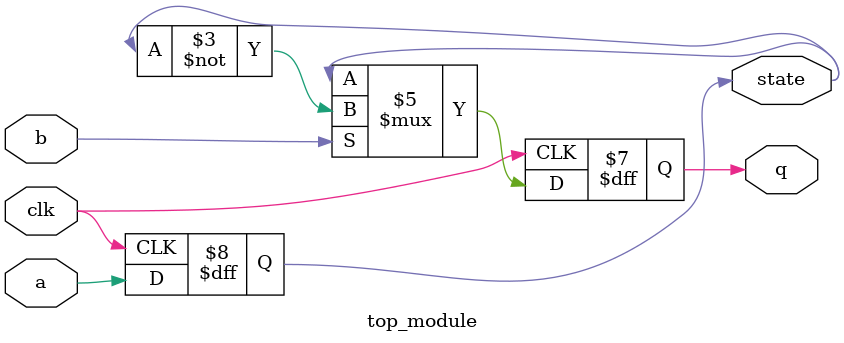
<source format=sv>
module top_module (
    input clk,
    input a,
    input b,
    output reg q,
    output reg state
);

    always @(posedge clk) begin
        state <= a;  // Capture `a` in the flip-flop on rising edge of clk
    end

    always @(posedge clk) begin
        if (b)
            q <= ~state;
        else
            q <= state;
    end

endmodule

</source>
